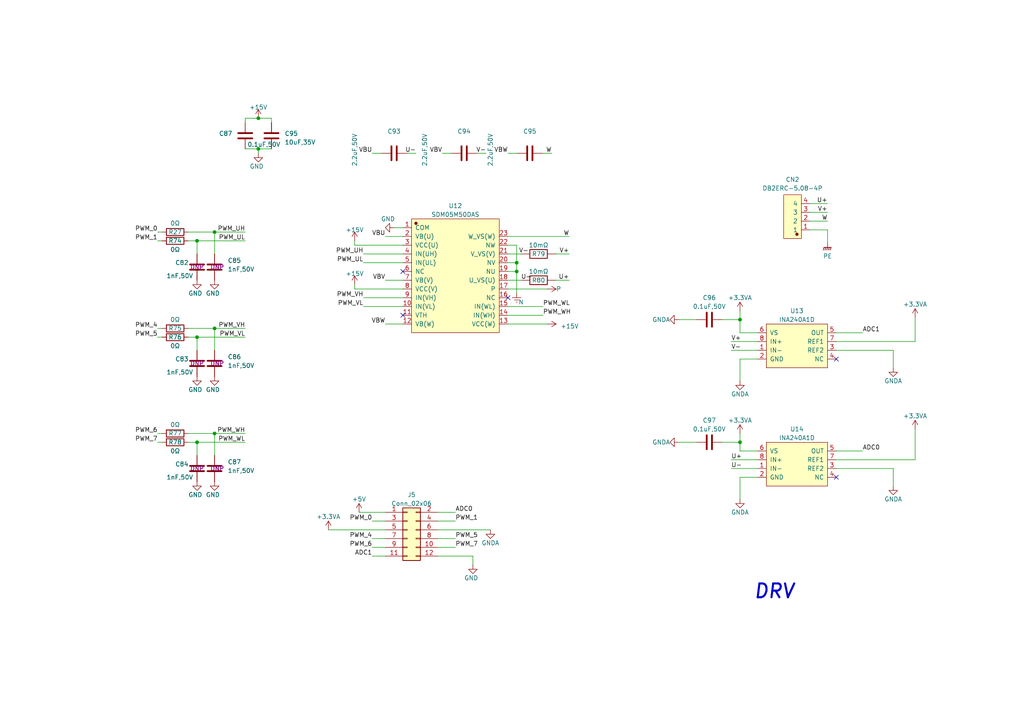
<source format=kicad_sch>
(kicad_sch (version 20230121) (generator eeschema)
  (paper "A4")
  (lib_symbols
    (symbol "00_PWR:+15V" (power) (pin_names (offset 0))
      (property "Value" "+15V" (at 0 3.556 0))
      (symbol "+15V_0_1"
        (polyline (pts (xy -0.762 1.27) (xy 0 2.54)))
        (polyline (pts (xy 0 0) (xy 0 2.54)))
        (polyline (pts (xy 0 2.54) (xy 0.762 1.27)))
      )
      (symbol "+15V_1_1"
        (pin power_in line (at 0 0 90) (length 0) hide (name "+15V") (number "1"))
      )
    )
    (symbol "00_PWR:N" (power) (pin_names (offset 0))
      (property "Value" "N" (at 0 -3.81 0))
      (symbol "N_0_1"
        (polyline (pts (xy -0.635 -1.905) (xy 0.635 -1.905)))
        (polyline (pts (xy -0.127 -2.54) (xy 0.127 -2.54)))
        (polyline (pts (xy 0 -1.27) (xy 0 0)))
        (polyline (pts (xy 1.27 -1.27) (xy -1.27 -1.27)))
      )
      (symbol "N_1_1"
        (pin power_in line (at 0 0 270) (length 0) hide (name "N") (number "1"))
      )
    )
    (symbol "00_PWR:P" (power) (pin_names (offset 0))
      (property "Value" "P" (at 0 3.556 0))
      (symbol "P_0_1"
        (polyline (pts (xy -0.762 1.27) (xy 0 2.54)))
        (polyline (pts (xy 0 0) (xy 0 2.54)))
        (polyline (pts (xy 0 2.54) (xy 0.762 1.27)))
      )
      (symbol "P_1_1"
        (pin power_in line (at 0 0 90) (length 0) hide (name "P") (number "1"))
      )
    )
    (symbol "00_PWR:PE" (power) (pin_names (offset 0))
      (property "Value" "PE" (at 0 -3.302 0))
      (symbol "PE_0_1"
        (polyline (pts (xy 0 -1.27) (xy 0 0)))
        (polyline (pts (xy -1.016 -1.27) (xy -1.27 -2.032) (xy -1.27 -2.032)) (stroke (width 0.2032)))
        (polyline (pts (xy -0.508 -1.27) (xy -0.762 -2.032) (xy -0.762 -2.032)) (stroke (width 0.2032)))
        (polyline (pts (xy 0 -1.27) (xy -0.254 -2.032) (xy -0.254 -2.032)) (stroke (width 0.2032)))
        (polyline (pts (xy 0.508 -1.27) (xy 0.254 -2.032) (xy 0.254 -2.032)) (stroke (width 0.2032)))
        (polyline (pts (xy 1.016 -1.27) (xy -1.016 -1.27) (xy -1.016 -1.27)) (stroke (width 0.2032)))
        (polyline (pts (xy 1.016 -1.27) (xy 0.762 -2.032) (xy 0.762 -2.032) (xy 0.762 -2.032)) (stroke (width 0.2032)))
      )
      (symbol "PE_1_1"
        (pin power_in line (at 0 0 270) (length 0) hide (name "PE") (number "1"))
      )
    )
    (symbol "02_HPM_Resistor:0Ω_0402" (pin_numbers hide) (pin_names (offset 0))
      (property "Reference" "R" (at 0 5.08 0))
      (property "Value" "0Ω" (at 0 8.89 0))
      (symbol "0Ω_0402_0_1"
        (rectangle (start 2.54 -1.016) (end -2.54 1.016) (stroke (width 0.254)))
      )
      (symbol "0Ω_0402_1_1"
        (pin passive line (at -3.81 0 0) (length 1.27) (name "~") (number "1"))
        (pin passive line (at 3.81 0 180) (length 1.27) (name "~") (number "2"))
      )
    )
    (symbol "02_HPM_Resistor:10mΩ_2512" (pin_numbers hide) (pin_names (offset 1.016) hide)
      (property "Reference" "R" (at 0 3.81 0))
      (property "Value" "10mΩ" (at 0 8.89 0))
      (symbol "10mΩ_2512_1_1"
        (rectangle (start -2.54 1.27) (end 2.54 -1.27) (stroke (width 0.254)))
        (pin input line (at -5.08 0 0) (length 2.54) (name "1") (number "1"))
        (pin input line (at 5.08 0 180) (length 2.54) (name "2") (number "2"))
      )
    )
    (symbol "03_HPM_Capacitance:0.1uF,50V,0603" (pin_numbers hide) (pin_names (offset 0.254))
      (property "Reference" "C" (at 0.635 2.54 0))
      (property "Value" "0.1uF,50V" (at 0.635 -2.54 0))
      (symbol "0.1uF,50V,0603_0_1"
        (polyline (pts (xy -2.032 -0.762) (xy 2.032 -0.762)) (stroke (width 0.508)))
        (polyline (pts (xy -2.032 0.762) (xy 2.032 0.762)) (stroke (width 0.508)))
      )
      (symbol "0.1uF,50V,0603_1_1"
        (pin passive line (at 0 3.81 270) (length 2.794) (name "~") (number "1"))
        (pin passive line (at 0 -3.81 90) (length 2.794) (name "~") (number "2"))
      )
    )
    (symbol "03_HPM_Capacitance:10uF,35V_0805" (pin_numbers hide) (pin_names (offset 0.254))
      (property "Reference" "C" (at -1.27 10.16 0))
      (property "Value" "10uF,35V" (at -5.08 12.7 0))
      (symbol "10uF,35V_0805_0_1"
        (polyline (pts (xy -2.032 -0.762) (xy 2.032 -0.762)) (stroke (width 0.508)))
        (polyline (pts (xy -2.032 0.762) (xy 2.032 0.762)) (stroke (width 0.508)))
      )
      (symbol "10uF,35V_0805_1_1"
        (pin passive line (at 0 3.81 270) (length 2.794) (name "~") (number "1"))
        (pin passive line (at 0 -3.81 90) (length 2.794) (name "~") (number "2"))
      )
    )
    (symbol "03_HPM_Capacitance:1nF,50V_0402" (pin_numbers hide) (pin_names (offset 0.254))
      (property "Reference" "C" (at 1.27 6.35 0))
      (property "Value" "1nF,50V" (at -3.81 8.89 0))
      (symbol "1nF,50V_0402_0_1"
        (polyline (pts (xy -2.032 -0.762) (xy 2.032 -0.762)) (stroke (width 0.508)))
        (polyline (pts (xy -2.032 0.762) (xy 2.032 0.762)) (stroke (width 0.508)))
      )
      (symbol "1nF,50V_0402_1_1"
        (pin passive line (at 0 3.81 270) (length 2.794) (name "~") (number "1"))
        (pin passive line (at 0 -3.81 90) (length 2.794) (name "~") (number "2"))
      )
    )
    (symbol "03_HPM_Capacitance:2.2uF,50V,0603" (pin_numbers hide) (pin_names (offset 0.254))
      (property "Reference" "C" (at 0 8.89 0))
      (property "Value" "2.2uF,50V" (at -3.81 11.43 0))
      (symbol "2.2uF,50V,0603_0_1"
        (polyline (pts (xy -2.032 -0.762) (xy 2.032 -0.762)) (stroke (width 0.508)))
        (polyline (pts (xy -2.032 0.762) (xy 2.032 0.762)) (stroke (width 0.508)))
      )
      (symbol "2.2uF,50V,0603_1_1"
        (pin passive line (at 0 3.81 270) (length 2.794) (name "~") (number "1"))
        (pin passive line (at 0 -3.81 90) (length 2.794) (name "~") (number "2"))
      )
    )
    (symbol "05_HPM_Connector_DB2ERC:DB2ERC-5.08-4P" (pin_names (offset 1.016))
      (property "Reference" "J" (at 0 8.89 0))
      (property "Value" "DB2ERC-5.08-4P" (at 0 13.97 0))
      (symbol "DB2ERC-5.08-4P_1_1"
        (rectangle (start -2.54 6.35) (end 2.54 -6.35) (stroke (width 0.1524)) (fill (type background)))
        (circle (center -1.27 5.08) (radius 0.381) (stroke (width 0.1524)) (fill (type outline)))
        (pin input line (at -5.08 3.81 0) (length 2.54) (name "1") (number "1"))
        (pin input line (at -5.08 1.27 0) (length 2.54) (name "2") (number "2"))
        (pin input line (at -5.08 -1.27 0) (length 2.54) (name "3") (number "3"))
        (pin input line (at -5.08 -3.81 0) (length 2.54) (name "4") (number "4"))
      )
    )
    (symbol "05_HPM_Connector_FemaleHeader:Conn_02x06" (pin_names (offset 1.016) hide)
      (property "Reference" "J" (at 1.27 7.62 0))
      (property "Value" "Conn_02x06" (at 1.27 -10.16 0))
      (symbol "Conn_02x06_1_1"
        (rectangle (start -1.27 -7.493) (end 0 -7.747) (stroke (width 0.1524)))
        (rectangle (start -1.27 -4.953) (end 0 -5.207) (stroke (width 0.1524)))
        (rectangle (start -1.27 -2.413) (end 0 -2.667) (stroke (width 0.1524)))
        (rectangle (start -1.27 0.127) (end 0 -0.127) (stroke (width 0.1524)))
        (rectangle (start -1.27 2.667) (end 0 2.413) (stroke (width 0.1524)))
        (rectangle (start -1.27 5.207) (end 0 4.953) (stroke (width 0.1524)))
        (rectangle (start -1.27 6.35) (end 3.81 -8.89) (stroke (width 0.254)) (fill (type background)))
        (rectangle (start 3.81 -7.493) (end 2.54 -7.747) (stroke (width 0.1524)))
        (rectangle (start 3.81 -4.953) (end 2.54 -5.207) (stroke (width 0.1524)))
        (rectangle (start 3.81 -2.413) (end 2.54 -2.667) (stroke (width 0.1524)))
        (rectangle (start 3.81 0.127) (end 2.54 -0.127) (stroke (width 0.1524)))
        (rectangle (start 3.81 2.667) (end 2.54 2.413) (stroke (width 0.1524)))
        (rectangle (start 3.81 5.207) (end 2.54 4.953) (stroke (width 0.1524)))
        (pin passive line (at -6.35 5.08 0) (length 5.08) (name "") (number "1"))
        (pin passive line (at 8.89 -5.08 180) (length 5.08) (name "") (number "10"))
        (pin passive line (at -6.35 -7.62 0) (length 5.08) (name "") (number "11"))
        (pin passive line (at 8.89 -7.62 180) (length 5.08) (name "") (number "12"))
        (pin passive line (at 8.89 5.08 180) (length 5.08) (name "") (number "2"))
        (pin passive line (at -6.35 2.54 0) (length 5.08) (name "") (number "3"))
        (pin passive line (at 8.89 2.54 180) (length 5.08) (name "") (number "4"))
        (pin passive line (at -6.35 0 0) (length 5.08) (name "") (number "5"))
        (pin passive line (at 8.89 0 180) (length 5.08) (name "") (number "6"))
        (pin passive line (at -6.35 -2.54 0) (length 5.08) (name "") (number "7"))
        (pin passive line (at 8.89 -2.54 180) (length 5.08) (name "") (number "8"))
        (pin passive line (at -6.35 -5.08 0) (length 5.08) (name "") (number "9"))
      )
    )
    (symbol "08_HPM_Power_IC:INA240A1D" (pin_names (offset 1.016))
      (property "Reference" "U" (at 0 10.16 0))
      (property "Value" "INA240A1D" (at 0 7.62 0))
      (symbol "INA240A1D_1_1"
        (rectangle (start -8.89 6.35) (end 8.89 -6.35) (stroke (width 0.1524)) (fill (type background)))
        (pin input line (at -11.43 -1.27 0) (length 2.54) (name "IN-") (number "1"))
        (pin input line (at -11.43 -3.81 0) (length 2.54) (name "GND") (number "2"))
        (pin input line (at 11.43 -1.27 180) (length 2.54) (name "REF2") (number "3"))
        (pin input line (at 11.43 -3.81 180) (length 2.54) (name "NC") (number "4"))
        (pin input line (at 11.43 3.81 180) (length 2.54) (name "OUT") (number "5"))
        (pin input line (at -11.43 3.81 0) (length 2.54) (name "VS") (number "6"))
        (pin input line (at 11.43 1.27 180) (length 2.54) (name "REF1") (number "7"))
        (pin input line (at -11.43 1.27 0) (length 2.54) (name "IN+") (number "8"))
      )
    )
    (symbol "08_HPM_Power_IC:SDM05M50DAS" (pin_names (offset 1.016))
      (property "Reference" "U" (at 0 21.59 0))
      (property "Value" "SDM05M50DAS" (at 0 19.05 0))
      (symbol "SDM05M50DAS_1_1"
        (rectangle (start -12.7 17.78) (end 12.7 -15.24) (stroke (width 0.1524)) (fill (type background)))
        (circle (center -11.43 16.51) (radius 0.381) (stroke (width 0.1524)) (fill (type outline)))
        (pin input line (at -15.24 15.24 0) (length 2.54) (name "COM") (number "1"))
        (pin input line (at -15.24 -7.62 0) (length 2.54) (name "IN(VL)") (number "10"))
        (pin input line (at -15.24 -10.16 0) (length 2.54) (name "VTH") (number "11"))
        (pin input line (at -15.24 -12.7 0) (length 2.54) (name "VB(W)") (number "12"))
        (pin input line (at 15.24 -12.7 180) (length 2.54) (name "VCC(W)") (number "13"))
        (pin input line (at 15.24 -10.16 180) (length 2.54) (name "IN(WH)") (number "14"))
        (pin input line (at 15.24 -7.62 180) (length 2.54) (name "IN(WL)") (number "15"))
        (pin input line (at 15.24 -5.08 180) (length 2.54) (name "NC") (number "16"))
        (pin input line (at 15.24 -2.54 180) (length 2.54) (name "P") (number "17"))
        (pin input line (at 15.24 0 180) (length 2.54) (name "U_VS(U)") (number "18"))
        (pin input line (at 15.24 2.54 180) (length 2.54) (name "NU") (number "19"))
        (pin input line (at -15.24 12.7 0) (length 2.54) (name "VB(U)") (number "2"))
        (pin input line (at 15.24 5.08 180) (length 2.54) (name "NV") (number "20"))
        (pin input line (at 15.24 7.62 180) (length 2.54) (name "V_VS(V)") (number "21"))
        (pin input line (at 15.24 10.16 180) (length 2.54) (name "NW") (number "22"))
        (pin input line (at 15.24 12.7 180) (length 2.54) (name "W_VS(W)") (number "23"))
        (pin input line (at -15.24 10.16 0) (length 2.54) (name "VCC(U)") (number "3"))
        (pin input line (at -15.24 7.62 0) (length 2.54) (name "IN(UH)") (number "4"))
        (pin input line (at -15.24 5.08 0) (length 2.54) (name "IN(UL)") (number "5"))
        (pin input line (at -15.24 2.54 0) (length 2.54) (name "NC") (number "6"))
        (pin input line (at -15.24 0 0) (length 2.54) (name "VB(V)") (number "7"))
        (pin input line (at -15.24 -2.54 0) (length 2.54) (name "VCC(V)") (number "8"))
        (pin input line (at -15.24 -5.08 0) (length 2.54) (name "IN(VH)") (number "9"))
      )
    )
    (symbol "power:+3.3VA" (power) (pin_names (offset 0))
      (property "Value" "+3.3VA" (at 0 3.556 0))
      (symbol "+3.3VA_0_1"
        (polyline (pts (xy -0.762 1.27) (xy 0 2.54)))
        (polyline (pts (xy 0 0) (xy 0 2.54)))
        (polyline (pts (xy 0 2.54) (xy 0.762 1.27)))
      )
      (symbol "+3.3VA_1_1"
        (pin power_in line (at 0 0 90) (length 0) hide (name "+3.3VA") (number "1"))
      )
    )
    (symbol "power:+5V" (power) (pin_names (offset 0))
      (property "Value" "+5V" (at 0 3.556 0))
      (symbol "+5V_0_1"
        (polyline (pts (xy -0.762 1.27) (xy 0 2.54)))
        (polyline (pts (xy 0 0) (xy 0 2.54)))
        (polyline (pts (xy 0 2.54) (xy 0.762 1.27)))
      )
      (symbol "+5V_1_1"
        (pin power_in line (at 0 0 90) (length 0) hide (name "+5V") (number "1"))
      )
    )
    (symbol "power:GND" (power) (pin_names (offset 0))
      (property "Value" "GND" (at 0 -3.81 0))
      (symbol "GND_0_1"
        (polyline (pts (xy 0 0) (xy 0 -1.27) (xy 1.27 -1.27) (xy 0 -2.54) (xy -1.27 -1.27) (xy 0 -1.27)))
      )
      (symbol "GND_1_1"
        (pin power_in line (at 0 0 270) (length 0) hide (name "GND") (number "1"))
      )
    )
    (symbol "power:GNDA" (power) (pin_names (offset 0))
      (property "Value" "GNDA" (at 0 -3.81 0))
      (symbol "GNDA_0_1"
        (polyline (pts (xy 0 0) (xy 0 -1.27) (xy 1.27 -1.27) (xy 0 -2.54) (xy -1.27 -1.27) (xy 0 -1.27)))
      )
      (symbol "GNDA_1_1"
        (pin power_in line (at 0 0 270) (length 0) hide (name "GNDA") (number "1"))
      )
    )
  )
  (junction (at 57.15 97.79))
  (junction (at 74.93 34.29))
  (junction (at 149.86 78.74))
  (junction (at 57.15 69.85))
  (junction (at 62.23 95.25))
  (junction (at 62.23 125.73))
  (junction (at 149.86 76.2))
  (junction (at 57.15 128.27))
  (junction (at 74.93 43.18))
  (junction (at 214.63 128.27))
  (junction (at 214.63 92.71))
  (junction (at 62.23 67.31))
  (no_connect (at 116.84 91.44))
  (no_connect (at 242.57 138.43))
  (no_connect (at 116.84 78.74))
  (no_connect (at 147.32 86.36))
  (no_connect (at 242.57 104.14))
  (wire (pts (xy 105.41 73.66) (xy 116.84 73.66)))
  (wire (pts (xy 127 156.21) (xy 132.08 156.21)))
  (wire (pts (xy 127 158.75) (xy 132.08 158.75)))
  (wire (pts (xy 209.55 92.71) (xy 214.63 92.71)))
  (wire (pts (xy 161.29 81.28) (xy 165.1 81.28)))
  (wire (pts (xy 54.61 69.85) (xy 57.15 69.85)))
  (wire (pts (xy 265.43 92.075) (xy 265.43 99.06)))
  (wire (pts (xy 54.61 125.73) (xy 62.23 125.73)))
  (wire (pts (xy 105.41 88.9) (xy 116.84 88.9)))
  (wire (pts (xy 71.12 34.29) (xy 71.12 35.56)))
  (wire (pts (xy 127 148.59) (xy 132.08 148.59)))
  (wire (pts (xy 242.57 96.52) (xy 250.19 96.52)))
  (wire (pts (xy 45.72 67.31) (xy 46.99 67.31)))
  (wire (pts (xy 54.61 95.25) (xy 62.23 95.25)))
  (wire (pts (xy 74.93 34.29) (xy 78.74 34.29)))
  (wire (pts (xy 147.32 81.28) (xy 151.13 81.28)))
  (wire (pts (xy 118.11 44.45) (xy 120.65 44.45)))
  (wire (pts (xy 111.76 148.59) (xy 104.14 148.59)))
  (wire (pts (xy 111.76 93.98) (xy 116.84 93.98)))
  (wire (pts (xy 265.43 124.46) (xy 265.43 133.35)))
  (wire (pts (xy 111.76 81.28) (xy 116.84 81.28)))
  (wire (pts (xy 214.63 128.27) (xy 214.63 125.73)))
  (wire (pts (xy 111.76 153.67) (xy 95.25 153.67)))
  (wire (pts (xy 214.63 138.43) (xy 214.63 144.78)))
  (wire (pts (xy 147.32 71.12) (xy 149.86 71.12)))
  (wire (pts (xy 147.32 44.45) (xy 149.86 44.45)))
  (wire (pts (xy 62.23 125.73) (xy 71.12 125.73)))
  (wire (pts (xy 214.63 92.71) (xy 214.63 90.17)))
  (wire (pts (xy 242.57 135.89) (xy 259.08 135.89)))
  (wire (pts (xy 71.12 34.29) (xy 74.93 34.29)))
  (wire (pts (xy 45.72 69.85) (xy 46.99 69.85)))
  (wire (pts (xy 242.57 130.81) (xy 250.19 130.81)))
  (wire (pts (xy 107.95 161.29) (xy 111.76 161.29)))
  (wire (pts (xy 147.32 88.9) (xy 157.48 88.9)))
  (wire (pts (xy 147.32 91.44) (xy 157.48 91.44)))
  (wire (pts (xy 234.95 64.135) (xy 240.03 64.135)))
  (wire (pts (xy 240.03 66.675) (xy 240.03 70.485)))
  (wire (pts (xy 242.57 101.6) (xy 259.08 101.6)))
  (wire (pts (xy 219.71 104.14) (xy 214.63 104.14)))
  (wire (pts (xy 111.76 151.13) (xy 107.95 151.13)))
  (wire (pts (xy 62.23 67.31) (xy 71.12 67.31)))
  (wire (pts (xy 57.15 97.79) (xy 71.12 97.79)))
  (wire (pts (xy 138.43 44.45) (xy 140.97 44.45)))
  (wire (pts (xy 212.09 133.35) (xy 219.71 133.35)))
  (wire (pts (xy 234.95 66.675) (xy 240.03 66.675)))
  (wire (pts (xy 45.72 97.79) (xy 46.99 97.79)))
  (wire (pts (xy 132.08 151.13) (xy 127 151.13)))
  (wire (pts (xy 147.32 68.58) (xy 165.1 68.58)))
  (wire (pts (xy 149.86 78.74) (xy 149.86 85.09)))
  (wire (pts (xy 127 153.67) (xy 142.24 153.67)))
  (wire (pts (xy 212.09 135.89) (xy 219.71 135.89)))
  (wire (pts (xy 78.74 35.56) (xy 78.74 34.29)))
  (wire (pts (xy 102.87 71.12) (xy 102.87 69.85)))
  (wire (pts (xy 111.76 68.58) (xy 116.84 68.58)))
  (wire (pts (xy 128.27 44.45) (xy 130.81 44.45)))
  (wire (pts (xy 116.84 83.82) (xy 102.87 83.82)))
  (wire (pts (xy 62.23 67.31) (xy 62.23 73.66)))
  (wire (pts (xy 137.16 161.29) (xy 137.16 163.83)))
  (wire (pts (xy 116.84 71.12) (xy 102.87 71.12)))
  (wire (pts (xy 234.95 59.055) (xy 240.03 59.055)))
  (wire (pts (xy 54.61 128.27) (xy 57.15 128.27)))
  (wire (pts (xy 234.95 61.595) (xy 240.03 61.595)))
  (wire (pts (xy 57.15 69.85) (xy 71.12 69.85)))
  (wire (pts (xy 147.32 83.82) (xy 158.75 83.82)))
  (wire (pts (xy 214.63 104.14) (xy 214.63 110.49)))
  (wire (pts (xy 149.86 76.2) (xy 149.86 78.74)))
  (wire (pts (xy 54.61 97.79) (xy 57.15 97.79)))
  (wire (pts (xy 196.85 128.27) (xy 201.93 128.27)))
  (wire (pts (xy 196.85 92.71) (xy 201.93 92.71)))
  (wire (pts (xy 147.32 93.98) (xy 158.75 93.98)))
  (wire (pts (xy 212.09 99.06) (xy 219.71 99.06)))
  (wire (pts (xy 62.23 95.25) (xy 62.23 101.6)))
  (wire (pts (xy 147.32 73.66) (xy 151.13 73.66)))
  (wire (pts (xy 107.95 156.21) (xy 111.76 156.21)))
  (wire (pts (xy 259.08 135.89) (xy 259.08 140.97)))
  (wire (pts (xy 149.86 71.12) (xy 149.86 76.2)))
  (wire (pts (xy 57.15 97.79) (xy 57.15 101.6)))
  (wire (pts (xy 111.76 158.75) (xy 107.95 158.75)))
  (wire (pts (xy 57.15 128.27) (xy 57.15 132.08)))
  (wire (pts (xy 219.71 96.52) (xy 214.63 96.52)))
  (wire (pts (xy 107.95 44.45) (xy 110.49 44.45)))
  (wire (pts (xy 209.55 128.27) (xy 214.63 128.27)))
  (wire (pts (xy 45.72 125.73) (xy 46.99 125.73)))
  (wire (pts (xy 219.71 138.43) (xy 214.63 138.43)))
  (wire (pts (xy 105.41 86.36) (xy 116.84 86.36)))
  (wire (pts (xy 127 161.29) (xy 137.16 161.29)))
  (wire (pts (xy 74.93 43.18) (xy 74.93 44.45)))
  (wire (pts (xy 161.29 73.66) (xy 165.1 73.66)))
  (wire (pts (xy 259.08 101.6) (xy 259.08 106.68)))
  (wire (pts (xy 54.61 67.31) (xy 62.23 67.31)))
  (wire (pts (xy 157.48 44.45) (xy 160.02 44.45)))
  (wire (pts (xy 219.71 130.81) (xy 214.63 130.81)))
  (wire (pts (xy 62.23 125.73) (xy 62.23 132.08)))
  (wire (pts (xy 102.87 83.82) (xy 102.87 82.55)))
  (wire (pts (xy 212.09 101.6) (xy 219.71 101.6)))
  (wire (pts (xy 62.23 95.25) (xy 71.12 95.25)))
  (wire (pts (xy 57.15 69.85) (xy 57.15 73.66)))
  (wire (pts (xy 214.63 130.81) (xy 214.63 128.27)))
  (wire (pts (xy 45.72 95.25) (xy 46.99 95.25)))
  (wire (pts (xy 57.15 128.27) (xy 71.12 128.27)))
  (wire (pts (xy 214.63 96.52) (xy 214.63 92.71)))
  (wire (pts (xy 242.57 99.06) (xy 265.43 99.06)))
  (wire (pts (xy 242.57 133.35) (xy 265.43 133.35)))
  (wire (pts (xy 105.41 76.2) (xy 116.84 76.2)))
  (wire (pts (xy 147.32 76.2) (xy 149.86 76.2)))
  (wire (pts (xy 45.72 128.27) (xy 46.99 128.27)))
  (wire (pts (xy 71.12 43.18) (xy 74.93 43.18)))
  (wire (pts (xy 147.32 78.74) (xy 149.86 78.74)))
  (wire (pts (xy 74.93 43.18) (xy 78.74 43.18)))
  (wire (pts (xy 114.3 66.04) (xy 116.84 66.04)))
  (text "DRV" (at 218.44 173.99 0) (effects (font (size 4 4) (thickness 0.6) bold italic) (justify left bottom)))
  (label "PWM_VL" (at 71.12 97.79 180))
  (label "V-" (at 212.09 101.6 0))
  (label "PWM_0" (at 45.72 67.31 180))
  (label "PWM_4" (at 107.95 156.21 180))
  (label "V-" (at 140.97 44.45 180))
  (label "U-" (at 151.13 81.28 0))
  (label "PWM_UL" (at 71.12 69.85 180))
  (label "ADC1" (at 250.19 96.52 0))
  (label "PWM_1" (at 45.72 69.85 180))
  (label "ADC1" (at 107.95 161.29 180))
  (label "PWM_UL" (at 105.41 76.2 180))
  (label "PWM_4" (at 45.72 95.25 180))
  (label "ADC0" (at 250.19 130.81 0))
  (label "U-" (at 212.09 135.89 0))
  (label "W" (at 240.03 64.135 180))
  (label "VBV" (at 128.27 44.45 180))
  (label "VBW" (at 111.76 93.98 180))
  (label "PWM_WH" (at 71.12 125.73 180))
  (label "V-" (at 150.495 73.66 0))
  (label "PWM_VL" (at 105.41 88.9 180))
  (label "PWM_1" (at 132.08 151.13 0))
  (label "PWM_WL" (at 71.12 128.27 180))
  (label "PWM_UH" (at 71.12 67.31 180))
  (label "U+" (at 212.09 133.35 0))
  (label "PWM_7" (at 45.72 128.27 180))
  (label "V+" (at 212.09 99.06 0))
  (label "PWM_6" (at 107.95 158.75 180))
  (label "VBV" (at 111.76 81.28 180))
  (label "ADC0" (at 132.08 148.59 0))
  (label "PWM_7" (at 132.08 158.75 0))
  (label "PWM_WH" (at 157.48 91.44 0))
  (label "PWM_VH" (at 71.12 95.25 180))
  (label "U-" (at 120.65 44.45 180))
  (label "VBU" (at 107.95 44.45 180))
  (label "V+" (at 240.03 61.595 180))
  (label "PWM_WL" (at 157.48 88.9 0))
  (label "U+" (at 240.03 59.055 180))
  (label "VBW" (at 147.32 44.45 180))
  (label "PWM_UH" (at 105.41 73.66 180))
  (label "W" (at 165.1 68.58 180))
  (label "PWM_6" (at 45.72 125.73 180))
  (label "PWM_VH" (at 105.41 86.36 180))
  (label "U+" (at 165.1 81.28 180))
  (label "V+" (at 165.1 73.66 180))
  (label "PWM_5" (at 132.08 156.21 0))
  (label "PWM_0" (at 107.95 151.13 180))
  (label "VBU" (at 111.76 68.58 180))
  (label "PWM_5" (at 45.72 97.79 180))
  (label "W" (at 160.02 44.45 180))
  (symbol (lib_id "02_HPM_Resistor:10mΩ_2512") (at 156.21 81.28 0) (unit 1)
    (property "Reference" "R80" (at 156.21 81.28 0))
    (property "Value" "10mΩ" (at 156.21 78.74 0))
    (property "Footprint" "02_HPM_Resistor:R2512" (effects hide))
    (property "Datasheet" "http://www.szlcsc.com/product/details_741279.html" (effects hide))
    (property "SuppliersPartNumber" "C705061" (effects hide))
    (property "uuid" "std:f62f74725dfb4b52823b48e3a7ff52b6" (effects hide))
    (property "Model" "RL2512FK-070R01L" (effects hide))
    (property "Company" "YAGEO" (effects hide))
    (instances (project "HPM5300_DCServo_DRV_REVB" (path "" (reference "R80") (unit 1))) (project "DCServo_DRV" (path "" (reference "R8") (unit 1))))
  )
  (symbol (lib_id "power:GNDA") (at 259.08 140.97 0) (unit 1)
    (property "Reference" "#PWR065" (effects hide))
    (property "Value" "GNDA" (at 259.08 144.78 0))
    (instances (project "HPM5300_DCServo_DRV_REVB" (path "" (reference "#PWR065") (unit 1)) (path "" (reference "#PWR0156") (unit 1))) (project "DCServo_DRV" (path "" (reference "#PWR024") (unit 1))) (project "HPM5300 SKT Board QFN48 REVA" (path "" (reference "#PWR039") (unit 1))))
  )
  (symbol (lib_id "02_HPM_Resistor:0Ω_0402") (at 50.8 125.73 0) (unit 1)
    (property "Reference" "R77" (at 50.8 125.73 0))
    (property "Value" "0Ω" (at 50.8 123.19 0))
    (property "Footprint" "02_HPM_Resistor:R_0402_1005Metric" (effects hide))
    (property "Model" "RC0402JR-070RL" (effects hide))
    (property "Company" "YAGEO(国巨)" (effects hide))
    (instances (project "HPM5300_DCServo_DRV_REVB" (path "" (reference "R77") (unit 1))) (project "DCServo_DRV" (path "" (reference "R5") (unit 1))))
  )
  (symbol (lib_id "power:GND") (at 62.23 139.7 0) (unit 1)
    (property "Reference" "#PWR048" (effects hide))
    (property "Value" "GND" (at 59.69 143.51 0) (effects (justify left)))
    (instances (project "HPM5300_DCServo_DRV_REVB" (path "" (reference "#PWR048") (unit 1)) (path "" (reference "#PWR0129") (unit 1))) (project "DCServo_DRV" (path "" (reference "#PWR06") (unit 1))) (project "HPM5300 SKT Board QFN48 REVA" (path "" (reference "#PWR037") (unit 1))))
  )
  (symbol (lib_id "00_PWR:+15V") (at 74.93 34.29 0) (unit 1)
    (property "Reference" "#PWR0119" (effects hide))
    (property "Value" "+15V" (at 74.93 31.115 0))
    (instances (project "HPM5300_DCServo_DRV_REVB" (path "" (reference "#PWR0119") (unit 1)) (path "" (reference "#PWR0130") (unit 1))) (project "DCServo_DRV" (path "" (reference "#PWR07") (unit 1))))
  )
  (symbol (lib_id "power:+3.3VA") (at 214.63 90.17 0) (unit 1)
    (property "Reference" "#PWR064" (effects hide))
    (property "Value" "+3.3VA" (at 214.63 86.36 0))
    (instances (project "HPM5300_DCServo_DRV_REVB" (path "" (reference "#PWR064") (unit 1)) (path "" (reference "#PWR0148") (unit 1))) (project "DCServo_DRV" (path "" (reference "#PWR014") (unit 1))) (project "HPM5300 SKT Board QFN48 REVA" (path "" (reference "#PWR033") (unit 1))))
  )
  (symbol (lib_id "08_HPM_Power_IC:INA240A1D") (at 231.14 100.33 0) (unit 1)
    (property "Reference" "U13" (at 231.14 90.17 0))
    (property "Value" "INA240A1D" (at 231.14 92.71 0))
    (property "Footprint" "06_HPM_SO:SOIC-8" (effects hide))
    (property "SuppliersPartNumber" "C5359411" (effects hide))
    (property "uuid" "std:7f4b4150c83f420380a97c90eee3c754" (effects hide))
    (property "Model" "INA240A1D" (effects hide))
    (property "Company" "TI" (effects hide))
    (instances (project "HPM5300_DCServo_DRV_REVB" (path "" (reference "U13") (unit 1))) (project "DCServo_DRV" (path "" (reference "U2") (unit 1))))
  )
  (symbol (lib_id "03_HPM_Capacitance:1nF,50V_0402") (at 57.15 135.89 0) (unit 1)
    (property "Reference" "C84" (at 50.8 134.62 0) (effects (justify left)))
    (property "Value" "1nF,50V" (at 48.26 138.43 0) (effects (justify left)))
    (property "Footprint" "03_HPM_Capacitance:C_0402_1005Metric" (effects hide))
    (property "Model" "CL05B102KB5NNNC" (effects hide))
    (property "Company" "SAMSUNG(三星)" (effects hide))
    (property "ASSY_OPT" "DNP" (at 57.15 135.89 0))
    (instances (project "HPM5300_DCServo_DRV_REVB" (path "" (reference "C84") (unit 1))) (project "DCServo_DRV" (path "" (reference "C3") (unit 1))))
  )
  (symbol (lib_id "02_HPM_Resistor:0Ω_0402") (at 50.8 97.79 0) (unit 1)
    (property "Reference" "R76" (at 50.8 97.79 0))
    (property "Value" "0Ω" (at 50.8 100.33 0))
    (property "Footprint" "02_HPM_Resistor:R_0402_1005Metric" (effects hide))
    (property "Model" "RC0402JR-070RL" (effects hide))
    (property "Company" "YAGEO(国巨)" (effects hide))
    (instances (project "HPM5300_DCServo_DRV_REVB" (path "" (reference "R76") (unit 1))) (project "DCServo_DRV" (path "" (reference "R4") (unit 1))))
  )
  (symbol (lib_id "02_HPM_Resistor:0Ω_0402") (at 50.8 69.85 0) (unit 1)
    (property "Reference" "R74" (at 50.8 69.85 0))
    (property "Value" "0Ω" (at 50.8 72.39 0))
    (property "Footprint" "02_HPM_Resistor:R_0402_1005Metric" (effects hide))
    (property "Model" "RC0402JR-070RL" (effects hide))
    (property "Company" "YAGEO(国巨)" (effects hide))
    (instances (project "HPM5300_DCServo_DRV_REVB" (path "" (reference "R74") (unit 1))) (project "DCServo_DRV" (path "" (reference "R2") (unit 1))))
  )
  (symbol (lib_id "power:GND") (at 114.3 66.04 270) (unit 1)
    (property "Reference" "#PWR048" (effects hide))
    (property "Value" "GND" (at 110.49 63.5 90) (effects (justify left)))
    (instances (project "HPM5300_DCServo_DRV_REVB" (path "" (reference "#PWR048") (unit 1)) (path "" (reference "#PWR0135") (unit 1))) (project "DCServo_DRV" (path "" (reference "#PWR013") (unit 1))) (project "HPM5300 SKT Board QFN48 REVA" (path "" (reference "#PWR037") (unit 1))))
  )
  (symbol (lib_id "power:GNDA") (at 214.63 110.49 0) (unit 1)
    (property "Reference" "#PWR065" (effects hide))
    (property "Value" "GNDA" (at 214.63 114.3 0))
    (instances (project "HPM5300_DCServo_DRV_REVB" (path "" (reference "#PWR065") (unit 1)) (path "" (reference "#PWR0149") (unit 1))) (project "DCServo_DRV" (path "" (reference "#PWR015") (unit 1))) (project "HPM5300 SKT Board QFN48 REVA" (path "" (reference "#PWR039") (unit 1))))
  )
  (symbol (lib_id "00_PWR:+15V") (at 102.87 82.55 0) (unit 1)
    (property "Reference" "#PWR0119" (effects hide))
    (property "Value" "+15V" (at 102.87 79.375 0))
    (instances (project "HPM5300_DCServo_DRV_REVB" (path "" (reference "#PWR0119") (unit 1)) (path "" (reference "#PWR0133") (unit 1))) (project "DCServo_DRV" (path "" (reference "#PWR012") (unit 1))))
  )
  (symbol (lib_id "power:+3.3VA") (at 265.43 124.46 0) (unit 1)
    (property "Reference" "#PWR064" (effects hide))
    (property "Value" "+3.3VA" (at 265.43 120.65 0))
    (instances (project "HPM5300_DCServo_DRV_REVB" (path "" (reference "#PWR064") (unit 1)) (path "" (reference "#PWR0159") (unit 1))) (project "DCServo_DRV" (path "" (reference "#PWR023") (unit 1))) (project "HPM5300 SKT Board QFN48 REVA" (path "" (reference "#PWR033") (unit 1))))
  )
  (symbol (lib_id "power:+5V") (at 104.14 148.59 0) (unit 1)
    (property "Reference" "#PWR021" (effects hide))
    (property "Value" "+5V" (at 104.14 144.78 0))
    (instances (project "HPM5300_DCServo_DRV_REVB" (path "" (reference "#PWR021") (unit 1)) (path "" (reference "#PWR0139") (unit 1))) (project "HPM5300 SKT Board QFN48 REVA" (path "" (reference "#PWR029") (unit 1))))
  )
  (symbol (lib_id "03_HPM_Capacitance:1nF,50V_0402") (at 62.23 77.47 0) (unit 1)
    (property "Reference" "C85" (at 66.04 75.565 0) (effects (justify left)))
    (property "Value" "1nF,50V" (at 66.04 78.105 0) (effects (justify left)))
    (property "Footprint" "03_HPM_Capacitance:C_0402_1005Metric" (effects hide))
    (property "Model" "CL05B102KB5NNNC" (effects hide))
    (property "Company" "SAMSUNG(三星)" (effects hide))
    (property "ASSY_OPT" "DNP" (at 60.96 77.47 0) (effects (justify left)))
    (instances (project "HPM5300_DCServo_DRV_REVB" (path "" (reference "C85") (unit 1))) (project "DCServo_DRV" (path "" (reference "C4") (unit 1))))
  )
  (symbol (lib_id "03_HPM_Capacitance:0.1uF,50V,0603") (at 71.12 39.37 0) (unit 1)
    (property "Reference" "C87" (at 63.5 38.735 0) (effects (justify left)))
    (property "Value" "0.1uF,50V" (at 71.755 41.91 0) (effects (justify left)))
    (property "Footprint" "03_HPM_Capacitance:C_0603_1608Metric" (effects hide))
    (property "Model" "CC0603JRX7R9BB104" (effects hide))
    (property "Company" "YAGEO" (effects hide))
    (instances (project "HPM5300_DCServo_DRV_REVB" (path "" (reference "C87") (unit 1)) (path "" (reference "C88") (unit 1))) (project "DCServo_DRV" (path "" (reference "C7") (unit 1))) (project "DCDC" (path "" (reference "C97") (unit 1))) (project "DRV_PWR_RevA" (path "" (reference "C97") (unit 1))))
  )
  (symbol (lib_id "08_HPM_Power_IC:INA240A1D") (at 231.14 134.62 0) (unit 1)
    (property "Reference" "U14" (at 231.14 124.46 0))
    (property "Value" "INA240A1D" (at 231.14 127 0))
    (property "Footprint" "06_HPM_SO:SOIC-8" (effects hide))
    (property "SuppliersPartNumber" "C5359411" (effects hide))
    (property "uuid" "std:7f4b4150c83f420380a97c90eee3c754" (effects hide))
    (property "Model" "INA240A1D" (effects hide))
    (property "Company" "TI" (effects hide))
    (instances (project "HPM5300_DCServo_DRV_REVB" (path "" (reference "U14") (unit 1))) (project "DCServo_DRV" (path "" (reference "U3") (unit 1))))
  )
  (symbol (lib_id "power:GND") (at 74.93 44.45 0) (unit 1)
    (property "Reference" "#PWR048" (effects hide))
    (property "Value" "GND" (at 72.39 48.26 0) (effects (justify left)))
    (instances (project "HPM5300_DCServo_DRV_REVB" (path "" (reference "#PWR048") (unit 1)) (path "" (reference "#PWR0131") (unit 1))) (project "DCServo_DRV" (path "" (reference "#PWR08") (unit 1))) (project "HPM5300 SKT Board QFN48 REVA" (path "" (reference "#PWR037") (unit 1))))
  )
  (symbol (lib_id "03_HPM_Capacitance:2.2uF,50V,0603") (at 114.3 44.45 90) (unit 1)
    (property "Reference" "C93" (at 114.3 38.1 90))
    (property "Value" "2.2uF,50V" (at 102.87 48.26 0) (effects (justify left)))
    (property "Footprint" "03_HPM_Capacitance:C_0603_1608Metric" (effects hide))
    (property "Model" "CC0603KRX5R9BB225" (effects hide))
    (property "Company" "YAGEO" (effects hide))
    (instances (project "HPM5300_DCServo_DRV_REVB" (path "" (reference "C93") (unit 1))) (project "DCServo_DRV" (path "" (reference "C11") (unit 1))))
  )
  (symbol (lib_id "power:+3.3VA") (at 95.25 153.67 0) (mirror y) (unit 1)
    (property "Reference" "#PWR064" (effects hide))
    (property "Value" "+3.3VA" (at 95.25 149.86 0))
    (instances (project "HPM5300_DCServo_DRV_REVB" (path "" (reference "#PWR064") (unit 1)) (path "" (reference "#PWR0127") (unit 1))) (project "DCServo_DRV" (path "" (reference "#PWR021") (unit 1))) (project "HPM5300 SKT Board QFN48 REVA" (path "" (reference "#PWR033") (unit 1))))
  )
  (symbol (lib_id "power:+3.3VA") (at 265.43 92.075 0) (unit 1)
    (property "Reference" "#PWR064" (effects hide))
    (property "Value" "+3.3VA" (at 265.43 88.265 0))
    (instances (project "HPM5300_DCServo_DRV_REVB" (path "" (reference "#PWR064") (unit 1)) (path "" (reference "#PWR0158") (unit 1))) (project "DCServo_DRV" (path "" (reference "#PWR021") (unit 1))) (project "HPM5300 SKT Board QFN48 REVA" (path "" (reference "#PWR033") (unit 1))))
  )
  (symbol (lib_id "power:GNDA") (at 214.63 144.78 0) (unit 1)
    (property "Reference" "#PWR065" (effects hide))
    (property "Value" "GNDA" (at 214.63 148.59 0))
    (instances (project "HPM5300_DCServo_DRV_REVB" (path "" (reference "#PWR065") (unit 1)) (path "" (reference "#PWR0151") (unit 1))) (project "DCServo_DRV" (path "" (reference "#PWR017") (unit 1))) (project "HPM5300 SKT Board QFN48 REVA" (path "" (reference "#PWR039") (unit 1))))
  )
  (symbol (lib_id "05_HPM_Connector_DB2ERC:DB2ERC-5.08-4P") (at 229.87 62.865 180) (unit 1)
    (property "Reference" "CN2" (at 229.87 52.07 0))
    (property "Value" "DB2ERC-5.08-4P" (at 229.87 54.61 0))
    (property "Footprint" "05_HPM_Connector_DB2ERC:CONN-TH_4P-P5.08_DB2ERC-5.08-4P" (effects hide))
    (property "Datasheet" "http://www.szlcsc.com/product/details_376500.html" (effects hide))
    (property "SuppliersPartNumber" "C395753" (effects hide))
    (property "uuid" "std:fa4c867cb1c94430a3887c2337049438" (effects hide))
    (property "Model" "DB2ERC-5.08-4P-GN" (effects hide))
    (property "Company" "DIBO(地博电气)" (effects hide))
    (instances (project "HPM5300_DCServo_DRV_REVB" (path "" (reference "CN2") (unit 1))) (project "DCServo_DRV" (path "" (reference "CN1") (unit 1))) (project "DRV_PWR_RevA" (path "" (reference "CN3") (unit 1))))
  )
  (symbol (lib_id "power:+3.3VA") (at 214.63 125.73 0) (unit 1)
    (property "Reference" "#PWR064" (effects hide))
    (property "Value" "+3.3VA" (at 214.63 121.92 0))
    (instances (project "HPM5300_DCServo_DRV_REVB" (path "" (reference "#PWR064") (unit 1)) (path "" (reference "#PWR0150") (unit 1))) (project "DCServo_DRV" (path "" (reference "#PWR016") (unit 1))) (project "HPM5300 SKT Board QFN48 REVA" (path "" (reference "#PWR033") (unit 1))))
  )
  (symbol (lib_id "03_HPM_Capacitance:1nF,50V_0402") (at 57.15 77.47 0) (unit 1)
    (property "Reference" "C82" (at 50.8 76.2 0) (effects (justify left)))
    (property "Value" "1nF,50V" (at 48.26 80.01 0) (effects (justify left)))
    (property "Footprint" "03_HPM_Capacitance:C_0402_1005Metric" (effects hide))
    (property "Model" "CL05B102KB5NNNC" (effects hide))
    (property "Company" "SAMSUNG(三星)" (effects hide))
    (property "ASSY_OPT" "DNP" (at 57.15 77.47 0))
    (instances (project "HPM5300_DCServo_DRV_REVB" (path "" (reference "C82") (unit 1))) (project "DCServo_DRV" (path "" (reference "C1") (unit 1))))
  )
  (symbol (lib_id "02_HPM_Resistor:0Ω_0402") (at 50.8 128.27 0) (unit 1)
    (property "Reference" "R78" (at 50.8 128.27 0))
    (property "Value" "0Ω" (at 50.8 130.81 0))
    (property "Footprint" "02_HPM_Resistor:R_0402_1005Metric" (effects hide))
    (property "Model" "RC0402JR-070RL" (effects hide))
    (property "Company" "YAGEO(国巨)" (effects hide))
    (instances (project "HPM5300_DCServo_DRV_REVB" (path "" (reference "R78") (unit 1))) (project "DCServo_DRV" (path "" (reference "R6") (unit 1))))
  )
  (symbol (lib_id "power:GND") (at 57.15 109.22 0) (unit 1)
    (property "Reference" "#PWR048" (effects hide))
    (property "Value" "GND" (at 54.61 113.03 0) (effects (justify left)))
    (instances (project "HPM5300_DCServo_DRV_REVB" (path "" (reference "#PWR048") (unit 1)) (path "" (reference "#PWR0122") (unit 1))) (project "DCServo_DRV" (path "" (reference "#PWR02") (unit 1))) (project "HPM5300 SKT Board QFN48 REVA" (path "" (reference "#PWR037") (unit 1))))
  )
  (symbol (lib_id "00_PWR:+15V") (at 102.87 69.85 0) (unit 1)
    (property "Reference" "#PWR0119" (effects hide))
    (property "Value" "+15V" (at 102.87 66.675 0))
    (instances (project "HPM5300_DCServo_DRV_REVB" (path "" (reference "#PWR0119") (unit 1)) (path "" (reference "#PWR0132") (unit 1))) (project "DCServo_DRV" (path "" (reference "#PWR011") (unit 1))))
  )
  (symbol (lib_id "power:GNDA") (at 196.85 92.71 270) (unit 1)
    (property "Reference" "#PWR065" (effects hide))
    (property "Value" "GNDA" (at 191.77 92.71 90))
    (instances (project "HPM5300_DCServo_DRV_REVB" (path "" (reference "#PWR065") (unit 1)) (path "" (reference "#PWR0144") (unit 1))) (project "DCServo_DRV" (path "" (reference "#PWR09") (unit 1))) (project "HPM5300 SKT Board QFN48 REVA" (path "" (reference "#PWR039") (unit 1))))
  )
  (symbol (lib_id "power:GNDA") (at 142.24 153.67 0) (mirror y) (unit 1)
    (property "Reference" "#PWR065" (effects hide))
    (property "Value" "GNDA" (at 142.24 157.48 0))
    (instances (project "HPM5300_DCServo_DRV_REVB" (path "" (reference "#PWR065") (unit 1)) (path "" (reference "#PWR0126") (unit 1))) (project "DCServo_DRV" (path "" (reference "#PWR022") (unit 1))) (project "HPM5300 SKT Board QFN48 REVA" (path "" (reference "#PWR039") (unit 1))))
  )
  (symbol (lib_id "00_PWR:P") (at 158.75 83.82 270) (mirror x) (unit 1)
    (property "Reference" "#PWR0137" (effects hide))
    (property "Value" "P" (at 161.29 83.82 90) (effects (justify left)))
    (instances (project "HPM5300_DCServo_DRV_REVB" (path "" (reference "#PWR0137") (unit 1))) (project "DCServo_DRV" (path "" (reference "#PWR019") (unit 1))) (project "DRV_PWR_RevA" (path "" (reference "#PWR012") (unit 1))))
  )
  (symbol (lib_id "03_HPM_Capacitance:2.2uF,50V,0603") (at 153.67 44.45 90) (unit 1)
    (property "Reference" "C95" (at 153.67 38.1 90))
    (property "Value" "2.2uF,50V" (at 142.24 48.26 0) (effects (justify left)))
    (property "Footprint" "03_HPM_Capacitance:C_0603_1608Metric" (effects hide))
    (property "Model" "CC0603KRX5R9BB225" (effects hide))
    (property "Company" "YAGEO" (effects hide))
    (instances (project "HPM5300_DCServo_DRV_REVB" (path "" (reference "C95") (unit 1))) (project "DCServo_DRV" (path "" (reference "C13") (unit 1))))
  )
  (symbol (lib_id "00_PWR:PE") (at 240.03 70.485 0) (unit 1)
    (property "Reference" "#PWR0160" (effects hide))
    (property "Value" "PE" (at 240.03 74.295 0))
    (instances (project "HPM5300_DCServo_DRV_REVB" (path "" (reference "#PWR0160") (unit 1)) (path "" (reference "#PWR0143") (unit 1))) (project "DCServo_DRV" (path "" (reference "#PWR025") (unit 1))) (project "DCDC" (path "" (reference "#PWR010") (unit 1))) (project "DRV_PWR_RevA" (path "" (reference "#PWR010") (unit 1)) (path "" (reference "#PWR0138") (unit 1))))
  )
  (symbol (lib_id "08_HPM_Power_IC:SDM05M50DAS") (at 132.08 81.28 0) (unit 1)
    (property "Reference" "U12" (at 132.08 59.69 0))
    (property "Value" "SDM05M50DAS" (at 132.08 62.23 0))
    (property "Footprint" "12_HPM_Other:SEMI_XNS50660ABS" (effects hide))
    (property "Datasheet" "http://www.szlcsc.com/product/details_352014.html" (effects hide))
    (property "SuppliersPartNumber" "C379756" (effects hide))
    (property "uuid" "std:96d43b4411f94d22a8a4cbe4d1dca88d" (effects hide))
    (property "Model" "SDM05M50DAS" (effects hide))
    (property "Company" "SILAN(士兰微)" (effects hide))
    (instances (project "HPM5300_DCServo_DRV_REVB" (path "" (reference "U12") (unit 1))) (project "DCServo_DRV" (path "" (reference "U1") (unit 1))))
  )
  (symbol (lib_id "03_HPM_Capacitance:2.2uF,50V,0603") (at 134.62 44.45 90) (unit 1)
    (property "Reference" "C94" (at 134.62 38.1 90))
    (property "Value" "2.2uF,50V" (at 123.19 48.26 0) (effects (justify left)))
    (property "Footprint" "03_HPM_Capacitance:C_0603_1608Metric" (effects hide))
    (property "Model" "CC0603KRX5R9BB225" (effects hide))
    (property "Company" "YAGEO" (effects hide))
    (instances (project "HPM5300_DCServo_DRV_REVB" (path "" (reference "C94") (unit 1))) (project "DCServo_DRV" (path "" (reference "C12") (unit 1))))
  )
  (symbol (lib_id "power:GNDA") (at 196.85 128.27 270) (unit 1)
    (property "Reference" "#PWR065" (effects hide))
    (property "Value" "GNDA" (at 191.77 128.27 90))
    (instances (project "HPM5300_DCServo_DRV_REVB" (path "" (reference "#PWR065") (unit 1)) (path "" (reference "#PWR0147") (unit 1))) (project "DCServo_DRV" (path "" (reference "#PWR010") (unit 1))) (project "HPM5300 SKT Board QFN48 REVA" (path "" (reference "#PWR039") (unit 1))))
  )
  (symbol (lib_id "00_PWR:+15V") (at 158.75 93.98 270) (unit 1)
    (property "Reference" "#PWR0119" (effects hide))
    (property "Value" "+15V" (at 162.56 94.615 90) (effects (justify left)))
    (instances (project "HPM5300_DCServo_DRV_REVB" (path "" (reference "#PWR0119") (unit 1)) (path "" (reference "#PWR0138") (unit 1))) (project "DCServo_DRV" (path "" (reference "#PWR020") (unit 1))))
  )
  (symbol (lib_id "02_HPM_Resistor:0Ω_0402") (at 50.8 67.31 0) (unit 1)
    (property "Reference" "R27" (at 50.8 67.31 0))
    (property "Value" "0Ω" (at 50.8 64.77 0))
    (property "Footprint" "02_HPM_Resistor:R_0402_1005Metric" (effects hide))
    (property "Model" "RC0402JR-070RL" (effects hide))
    (property "Company" "YAGEO(国巨)" (effects hide))
    (instances (project "HPM5300_DCServo_DRV_REVB" (path "" (reference "R27") (unit 1))) (project "DCServo_DRV" (path "" (reference "R1") (unit 1))))
  )
  (symbol (lib_id "00_PWR:N") (at 149.86 85.09 0) (unit 1)
    (property "Reference" "#PWR0136" (effects hide))
    (property "Value" "N" (at 151.13 87.63 0))
    (instances (project "HPM5300_DCServo_DRV_REVB" (path "" (reference "#PWR0136") (unit 1))) (project "DCServo_DRV" (path "" (reference "#PWR018") (unit 1))) (project "DRV_PWR_RevA" (path "" (reference "#PWR01") (unit 1))))
  )
  (symbol (lib_id "power:GNDA") (at 259.08 106.68 0) (unit 1)
    (property "Reference" "#PWR065" (effects hide))
    (property "Value" "GNDA" (at 259.08 110.49 0))
    (instances (project "HPM5300_DCServo_DRV_REVB" (path "" (reference "#PWR065") (unit 1)) (path "" (reference "#PWR0152") (unit 1))) (project "DCServo_DRV" (path "" (reference "#PWR022") (unit 1))) (project "HPM5300 SKT Board QFN48 REVA" (path "" (reference "#PWR039") (unit 1))))
  )
  (symbol (lib_id "power:GND") (at 137.16 163.83 0) (unit 1)
    (property "Reference" "#PWR048" (effects hide))
    (property "Value" "GND" (at 134.62 167.64 0) (effects (justify left)))
    (instances (project "HPM5300_DCServo_DRV_REVB" (path "" (reference "#PWR048") (unit 1)) (path "" (reference "#PWR0140") (unit 1))) (project "DCServo_DRV" (path "" (reference "#PWR06") (unit 1))) (project "HPM5300 SKT Board QFN48 REVA" (path "" (reference "#PWR037") (unit 1))))
  )
  (symbol (lib_id "02_HPM_Resistor:0Ω_0402") (at 50.8 95.25 0) (unit 1)
    (property "Reference" "R75" (at 50.8 95.25 0))
    (property "Value" "0Ω" (at 50.8 92.71 0))
    (property "Footprint" "02_HPM_Resistor:R_0402_1005Metric" (effects hide))
    (property "Model" "RC0402JR-070RL" (effects hide))
    (property "Company" "YAGEO(国巨)" (effects hide))
    (instances (project "HPM5300_DCServo_DRV_REVB" (path "" (reference "R75") (unit 1))) (project "DCServo_DRV" (path "" (reference "R3") (unit 1))))
  )
  (symbol (lib_id "05_HPM_Connector_FemaleHeader:Conn_02x06") (at 118.11 153.67 0) (unit 1)
    (property "Reference" "J5" (at 119.38 143.51 0))
    (property "Value" "Conn_02x06" (at 119.38 146.05 0))
    (property "Footprint" "05_HPM_Connector_FemaleHeader:PinSocket_2x06_P2.54mm_Vertical_SMD" (effects hide))
    (property "Model" "2.54-2*6P母" (effects hide))
    (property "Company" "BOOMELE(博穆精密) " (effects hide))
  )
  (symbol (lib_id "03_HPM_Capacitance:1nF,50V_0402") (at 57.15 105.41 0) (unit 1)
    (property "Reference" "C83" (at 50.8 104.14 0) (effects (justify left)))
    (property "Value" "1nF,50V" (at 48.26 107.95 0) (effects (justify left)))
    (property "Footprint" "03_HPM_Capacitance:C_0402_1005Metric" (effects hide))
    (property "Model" "CL05B102KB5NNNC" (effects hide))
    (property "Company" "SAMSUNG(三星)" (effects hide))
    (property "ASSY_OPT" "DNP" (at 57.15 105.41 0))
    (instances (project "HPM5300_DCServo_DRV_REVB" (path "" (reference "C83") (unit 1))) (project "DCServo_DRV" (path "" (reference "C2") (unit 1))))
  )
  (symbol (lib_id "power:GND") (at 57.15 139.7 0) (unit 1)
    (property "Reference" "#PWR048" (effects hide))
    (property "Value" "GND" (at 54.61 143.51 0) (effects (justify left)))
    (instances (project "HPM5300_DCServo_DRV_REVB" (path "" (reference "#PWR048") (unit 1)) (path "" (reference "#PWR0123") (unit 1))) (project "DCServo_DRV" (path "" (reference "#PWR03") (unit 1))) (project "HPM5300 SKT Board QFN48 REVA" (path "" (reference "#PWR037") (unit 1))))
  )
  (symbol (lib_id "power:GND") (at 62.23 81.28 0) (unit 1)
    (property "Reference" "#PWR048" (effects hide))
    (property "Value" "GND" (at 59.69 85.09 0) (effects (justify left)))
    (instances (project "HPM5300_DCServo_DRV_REVB" (path "" (reference "#PWR048") (unit 1)) (path "" (reference "#PWR0124") (unit 1))) (project "DCServo_DRV" (path "" (reference "#PWR04") (unit 1))) (project "HPM5300 SKT Board QFN48 REVA" (path "" (reference "#PWR037") (unit 1))))
  )
  (symbol (lib_id "03_HPM_Capacitance:1nF,50V_0402") (at 62.23 135.89 0) (unit 1)
    (property "Reference" "C87" (at 66.04 133.985 0) (effects (justify left)))
    (property "Value" "1nF,50V" (at 66.04 136.525 0) (effects (justify left)))
    (property "Footprint" "03_HPM_Capacitance:C_0402_1005Metric" (effects hide))
    (property "Model" "CL05B102KB5NNNC" (effects hide))
    (property "Company" "SAMSUNG(三星)" (effects hide))
    (property "ASSY_OPT" "DNP" (at 60.96 135.89 0) (effects (justify left)))
    (instances (project "HPM5300_DCServo_DRV_REVB" (path "" (reference "C87") (unit 1))) (project "DCServo_DRV" (path "" (reference "C6") (unit 1))))
  )
  (symbol (lib_id "03_HPM_Capacitance:0.1uF,50V,0603") (at 205.74 92.71 90) (unit 1)
    (property "Reference" "C96" (at 205.74 86.36 90))
    (property "Value" "0.1uF,50V" (at 205.74 88.9 90))
    (property "Footprint" "03_HPM_Capacitance:C_0603_1608Metric" (effects hide))
    (property "Model" "CC0603JRX7R9BB104" (effects hide))
    (property "Company" "YAGEO" (effects hide))
    (instances (project "HPM5300_DCServo_DRV_REVB" (path "" (reference "C96") (unit 1))) (project "DCServo_DRV" (path "" (reference "C9") (unit 1))))
  )
  (symbol (lib_id "power:GND") (at 62.23 109.22 0) (unit 1)
    (property "Reference" "#PWR048" (effects hide))
    (property "Value" "GND" (at 59.69 113.03 0) (effects (justify left)))
    (instances (project "HPM5300_DCServo_DRV_REVB" (path "" (reference "#PWR048") (unit 1)) (path "" (reference "#PWR0128") (unit 1))) (project "DCServo_DRV" (path "" (reference "#PWR05") (unit 1))) (project "HPM5300 SKT Board QFN48 REVA" (path "" (reference "#PWR037") (unit 1))))
  )
  (symbol (lib_id "03_HPM_Capacitance:0.1uF,50V,0603") (at 205.74 128.27 90) (unit 1)
    (property "Reference" "C97" (at 205.74 121.92 90))
    (property "Value" "0.1uF,50V" (at 205.74 124.46 90))
    (property "Footprint" "03_HPM_Capacitance:C_0603_1608Metric" (effects hide))
    (property "Model" "CC0603JRX7R9BB104" (effects hide))
    (property "Company" "YAGEO" (effects hide))
    (instances (project "HPM5300_DCServo_DRV_REVB" (path "" (reference "C97") (unit 1))) (project "DCServo_DRV" (path "" (reference "C10") (unit 1))))
  )
  (symbol (lib_id "03_HPM_Capacitance:1nF,50V_0402") (at 62.23 105.41 0) (unit 1)
    (property "Reference" "C86" (at 66.04 103.505 0) (effects (justify left)))
    (property "Value" "1nF,50V" (at 66.04 106.045 0) (effects (justify left)))
    (property "Footprint" "03_HPM_Capacitance:C_0402_1005Metric" (effects hide))
    (property "Model" "CL05B102KB5NNNC" (effects hide))
    (property "Company" "SAMSUNG(三星)" (effects hide))
    (property "ASSY_OPT" "DNP" (at 60.96 105.41 0) (effects (justify left)))
    (instances (project "HPM5300_DCServo_DRV_REVB" (path "" (reference "C86") (unit 1))) (project "DCServo_DRV" (path "" (reference "C5") (unit 1))))
  )
  (symbol (lib_id "power:GND") (at 57.15 81.28 0) (unit 1)
    (property "Reference" "#PWR048" (effects hide))
    (property "Value" "GND" (at 54.61 85.09 0) (effects (justify left)))
    (instances (project "HPM5300_DCServo_DRV_REVB" (path "" (reference "#PWR048") (unit 1)) (path "" (reference "#PWR0121") (unit 1))) (project "DCServo_DRV" (path "" (reference "#PWR01") (unit 1))) (project "HPM5300 SKT Board QFN48 REVA" (path "" (reference "#PWR037") (unit 1))))
  )
  (symbol (lib_id "02_HPM_Resistor:10mΩ_2512") (at 156.21 73.66 0) (unit 1)
    (property "Reference" "R79" (at 156.21 73.66 0))
    (property "Value" "10mΩ" (at 156.21 71.12 0))
    (property "Footprint" "02_HPM_Resistor:R2512" (effects hide))
    (property "Datasheet" "http://www.szlcsc.com/product/details_741279.html" (effects hide))
    (property "SuppliersPartNumber" "C705061" (effects hide))
    (property "uuid" "std:f62f74725dfb4b52823b48e3a7ff52b6" (effects hide))
    (property "Model" "RL2512FK-070R01L" (effects hide))
    (property "Company" "YAGEO" (effects hide))
    (instances (project "HPM5300_DCServo_DRV_REVB" (path "" (reference "R79") (unit 1))) (project "DCServo_DRV" (path "" (reference "R7") (unit 1))))
  )
  (symbol (lib_id "03_HPM_Capacitance:10uF,35V_0805") (at 78.74 39.37 0) (unit 1)
    (property "Reference" "C95" (at 82.55 38.735 0) (effects (justify left)))
    (property "Value" "10uF,35V" (at 82.55 41.275 0) (effects (justify left)))
    (property "Footprint" "03_HPM_Capacitance:C_0805_2012Metric" (effects hide))
    (property "Model" "GRM21BR6YA106KE43L" (effects hide))
    (property "Company" "muRata(村田)" (effects hide))
    (instances (project "HPM5300_DCServo_DRV_REVB" (path "" (reference "C95") (unit 1)) (path "" (reference "C89") (unit 1))) (project "DCServo_DRV" (path "" (reference "C8") (unit 1))))
  )
)
</source>
